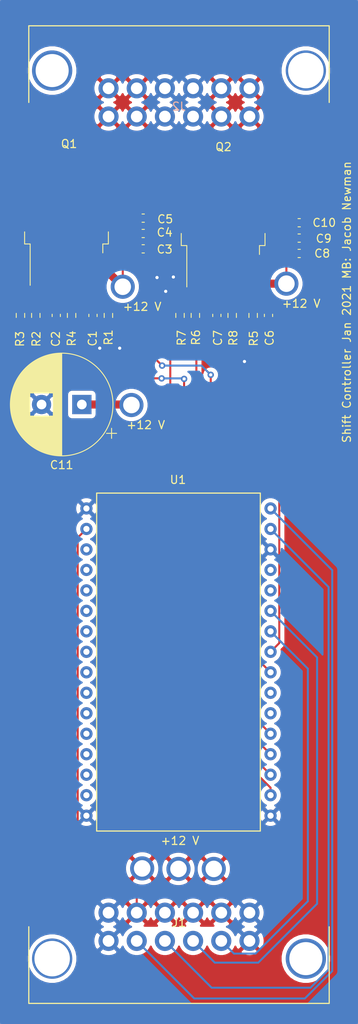
<source format=kicad_pcb>
(kicad_pcb (version 20171130) (host pcbnew "(5.1.9)-1")
  (layers (0 F.Cu signal) (31 B.Cu signal) (34 B.Paste user) (35 F.Paste user) (36 B.SilkS user) (37 F.SilkS user) (38 B.Mask user) (39 F.Mask user) (44 Edge.Cuts user))
  (net 0 "")
  (net 1 GND)
  (net 2 "Net-(C2-Pad1)")
  (net 3 +12V)
  (net 4 OUT1)
  (net 5 "Net-(C7-Pad1)")
  (net 6 OUT2)
  (net 7 CANH)
  (net 8 CANL)
  (net 9 "Net-(Q1-Pad3)")
  (net 10 "Net-(Q1-Pad2)")
  (net 11 "Net-(Q2-Pad3)")
  (net 12 "Net-(Q2-Pad2)")
  (net 13 +3V3)
  (net 14 IN2)
  (net 15 IN1)
  (net 16 "Net-(U1-Pad27)")
  (net 17 "Net-(U1-Pad26)")
  (net 18 "Net-(U1-Pad21)")
  (net 19 "Net-(U1-Pad15)")
  (net 20 "Net-(U1-Pad14)")
  (net 21 "Net-(U1-Pad13)")
  (net 22 "Net-(U1-Pad12)")
  (net 23 "Net-(U1-Pad11)")
  (net 24 "Net-(U1-Pad10)")
  (net 25 "Net-(U1-Pad9)")
  (net 26 "Net-(U1-Pad8)")
  (net 27 "Net-(U1-Pad7)")
  (net 28 "Net-(U1-Pad6)")
  (net 29 "Net-(U1-Pad5)")
  (net 30 "Net-(U1-Pad4)")
  (net 31 "Net-(U1-Pad3)")
  (net 32 UARTRX)
  (net 33 UARTTX)
  (net 34 INH1)
  (net 35 INH2)
  (net 36 CURRENT2)
  (net 37 CURRENT1)
  (module Resistor_SMD:R_0603_1608Metric_Pad0.98x0.95mm_HandSolder (layer F.Cu) (at 73.279 77.216 270)
    (fp_text reference R8 (at 2.794 -0.127 90) (layer F.SilkS))
    (fp_text value 510)
    (pad 2 smd roundrect (at 0.9125 0 270) (size 0.975 0.95) (layers F.Cu F.Paste F.Mask) (net 1 GND))
    (pad 1 smd roundrect (at -0.9125 0 270) (size 0.975 0.95) (layers F.Cu F.Paste F.Mask) (net 5 "Net-(C7-Pad1)"))
  )
  (module Resistor_SMD:R_0603_1608Metric_Pad0.98x0.95mm_HandSolder (layer F.Cu) (at 66.802 77.216 270)
    (fp_text reference R7 (at 2.794 -0.1905 90) (layer F.SilkS))
    (fp_text value 10k)
    (pad 2 smd roundrect (at 0.9125 0 270) (size 0.975 0.95) (layers F.Cu F.Paste F.Mask) (net 14 IN2))
    (pad 1 smd roundrect (at -0.9125 0 270) (size 0.975 0.95) (layers F.Cu F.Paste F.Mask) (net 12 "Net-(Q2-Pad2)"))
  )
  (module Resistor_SMD:R_0603_1608Metric_Pad0.98x0.95mm_HandSolder (layer F.Cu) (at 68.707 77.216 270)
    (fp_text reference R6 (at 2.7305 -0.0635 90) (layer F.SilkS))
    (fp_text value 10k)
    (pad 2 smd roundrect (at 0.9125 0 270) (size 0.975 0.95) (layers F.Cu F.Paste F.Mask) (net 35 INH2))
    (pad 1 smd roundrect (at -0.9125 0 270) (size 0.975 0.95) (layers F.Cu F.Paste F.Mask) (net 11 "Net-(Q2-Pad3)"))
  )
  (module Resistor_SMD:R_0603_1608Metric_Pad0.98x0.95mm_HandSolder (layer F.Cu) (at 75.8825 77.216 270)
    (fp_text reference R5 (at 2.8575 -0.0635 90) (layer F.SilkS))
    (fp_text value 1k)
    (pad 2 smd roundrect (at 0.9125 0 270) (size 0.975 0.95) (layers F.Cu F.Paste F.Mask) (net 1 GND))
    (pad 1 smd roundrect (at -0.9125 0 270) (size 0.975 0.95) (layers F.Cu F.Paste F.Mask) (net 36 CURRENT2))
  )
  (module Resistor_SMD:R_0603_1608Metric_Pad0.98x0.95mm_HandSolder (layer F.Cu) (at 53.34 77.216 270)
    (fp_text reference R4 (at 2.8575 0 90) (layer F.SilkS))
    (fp_text value 510)
    (pad 2 smd roundrect (at 0.9125 0 270) (size 0.975 0.95) (layers F.Cu F.Paste F.Mask) (net 1 GND))
    (pad 1 smd roundrect (at -0.9125 0 270) (size 0.975 0.95) (layers F.Cu F.Paste F.Mask) (net 2 "Net-(C2-Pad1)"))
  )
  (module Resistor_SMD:R_0603_1608Metric_Pad0.98x0.95mm_HandSolder (layer F.Cu) (at 46.99 77.216 270)
    (fp_text reference R3 (at 2.921 0.0635 90) (layer F.SilkS))
    (fp_text value 10k)
    (pad 2 smd roundrect (at 0.9125 0 270) (size 0.975 0.95) (layers F.Cu F.Paste F.Mask) (net 15 IN1))
    (pad 1 smd roundrect (at -0.9125 0 270) (size 0.975 0.95) (layers F.Cu F.Paste F.Mask) (net 10 "Net-(Q1-Pad2)"))
  )
  (module Resistor_SMD:R_0603_1608Metric_Pad0.98x0.95mm_HandSolder (layer F.Cu) (at 48.895 77.216 270)
    (fp_text reference R2 (at 2.921 -0.0635 90) (layer F.SilkS))
    (fp_text value 10k)
    (pad 2 smd roundrect (at 0.9125 0 270) (size 0.975 0.95) (layers F.Cu F.Paste F.Mask) (net 34 INH1))
    (pad 1 smd roundrect (at -0.9125 0 270) (size 0.975 0.95) (layers F.Cu F.Paste F.Mask) (net 9 "Net-(Q1-Pad3)"))
  )
  (module Resistor_SMD:R_0603_1608Metric_Pad0.98x0.95mm_HandSolder (layer F.Cu) (at 57.912 77.2179 270)
    (fp_text reference R1 (at 2.7286 0 90) (layer F.SilkS))
    (fp_text value 1k)
    (pad 2 smd roundrect (at 0.9125 0 270) (size 0.975 0.95) (layers F.Cu F.Paste F.Mask) (net 1 GND))
    (pad 1 smd roundrect (at -0.9125 0 270) (size 0.975 0.95) (layers F.Cu F.Paste F.Mask) (net 37 CURRENT1))
  )
  (module Capacitor_SMD:C_0603_1608Metric_Pad1.08x0.95mm_HandSolder (layer F.Cu) (at 81.5975 65.7225)
    (fp_text reference C10 (at 3.1115 0) (layer F.SilkS))
    (fp_text value 220n)
    (pad 2 smd roundrect (at 0.8625 0) (size 1.075 0.95) (layers F.Cu F.Paste F.Mask) (net 1 GND))
    (pad 1 smd roundrect (at -0.8625 0) (size 1.075 0.95) (layers F.Cu F.Paste F.Mask) (net 6 OUT2))
  )
  (module Capacitor_SMD:C_0603_1608Metric_Pad1.08x0.95mm_HandSolder (layer F.Cu) (at 81.5975 67.6275 180)
    (fp_text reference C9 (at -3.048 -0.0635) (layer F.SilkS))
    (fp_text value 220n)
    (pad 2 smd roundrect (at 0.8625 0 180) (size 1.075 0.95) (layers F.Cu F.Paste F.Mask) (net 6 OUT2))
    (pad 1 smd roundrect (at -0.8625 0 180) (size 1.075 0.95) (layers F.Cu F.Paste F.Mask) (net 3 +12V))
  )
  (module Capacitor_SMD:C_0603_1608Metric_Pad1.08x0.95mm_HandSolder (layer F.Cu) (at 81.5975 69.5325 180)
    (fp_text reference C8 (at -2.8575 0) (layer F.SilkS))
    (fp_text value 100n)
    (pad 2 smd roundrect (at 0.8625 0 180) (size 1.075 0.95) (layers F.Cu F.Paste F.Mask) (net 3 +12V))
    (pad 1 smd roundrect (at -0.8625 0 180) (size 1.075 0.95) (layers F.Cu F.Paste F.Mask) (net 1 GND))
  )
  (module Capacitor_SMD:C_0603_1608Metric_Pad1.08x0.95mm_HandSolder (layer F.Cu) (at 71.374 77.216 270)
    (fp_text reference C7 (at 2.794 -0.127 90) (layer F.SilkS))
    (fp_text value 100n)
    (pad 2 smd roundrect (at 0.8625 0 270) (size 1.075 0.95) (layers F.Cu F.Paste F.Mask) (net 1 GND))
    (pad 1 smd roundrect (at -0.8625 0 270) (size 1.075 0.95) (layers F.Cu F.Paste F.Mask) (net 5 "Net-(C7-Pad1)"))
  )
  (module Capacitor_SMD:C_0603_1608Metric_Pad1.08x0.95mm_HandSolder (layer F.Cu) (at 77.7875 77.216 270)
    (fp_text reference C6 (at 2.794 -0.127 90) (layer F.SilkS))
    (fp_text value 1n)
    (pad 2 smd roundrect (at 0.8625 0 270) (size 1.075 0.95) (layers F.Cu F.Paste F.Mask) (net 1 GND))
    (pad 1 smd roundrect (at -0.8625 0 270) (size 1.075 0.95) (layers F.Cu F.Paste F.Mask) (net 36 CURRENT2))
  )
  (module Capacitor_SMD:C_0603_1608Metric_Pad1.08x0.95mm_HandSolder (layer F.Cu) (at 62.23 65.151)
    (fp_text reference C5 (at 2.7305 0.127) (layer F.SilkS))
    (fp_text value 220n)
    (pad 2 smd roundrect (at 0.8625 0) (size 1.075 0.95) (layers F.Cu F.Paste F.Mask) (net 1 GND))
    (pad 1 smd roundrect (at -0.8625 0) (size 1.075 0.95) (layers F.Cu F.Paste F.Mask) (net 4 OUT1))
  )
  (module Capacitor_SMD:C_0603_1608Metric_Pad1.08x0.95mm_HandSolder (layer F.Cu) (at 62.23 67.056 180)
    (fp_text reference C4 (at -2.667 0.127) (layer F.SilkS))
    (fp_text value 220n)
    (pad 2 smd roundrect (at 0.8625 0 180) (size 1.075 0.95) (layers F.Cu F.Paste F.Mask) (net 4 OUT1))
    (pad 1 smd roundrect (at -0.8625 0 180) (size 1.075 0.95) (layers F.Cu F.Paste F.Mask) (net 3 +12V))
  )
  (module Capacitor_SMD:C_0603_1608Metric_Pad1.08x0.95mm_HandSolder (layer F.Cu) (at 62.23 68.961 180)
    (fp_text reference C3 (at -2.667 -0.0635) (layer F.SilkS))
    (fp_text value 100n)
    (pad 2 smd roundrect (at 0.8625 0 180) (size 1.075 0.95) (layers F.Cu F.Paste F.Mask) (net 3 +12V))
    (pad 1 smd roundrect (at -0.8625 0 180) (size 1.075 0.95) (layers F.Cu F.Paste F.Mask) (net 1 GND))
  )
  (module Capacitor_SMD:C_0603_1608Metric_Pad1.08x0.95mm_HandSolder (layer F.Cu) (at 51.435 77.216 270)
    (fp_text reference C2 (at 2.921 0.0635 90) (layer F.SilkS))
    (fp_text value 100n)
    (pad 2 smd roundrect (at 0.8625 0 270) (size 1.075 0.95) (layers F.Cu F.Paste F.Mask) (net 1 GND))
    (pad 1 smd roundrect (at -0.8625 0 270) (size 1.075 0.95) (layers F.Cu F.Paste F.Mask) (net 2 "Net-(C2-Pad1)"))
  )
  (module Capacitor_SMD:C_0603_1608Metric_Pad1.08x0.95mm_HandSolder (layer F.Cu) (at 55.9943 77.2171 270)
    (fp_text reference C1 (at 2.8564 0.0508 90) (layer F.SilkS))
    (fp_text value 1n)
    (pad 2 smd roundrect (at 0.8625 0 270) (size 1.075 0.95) (layers F.Cu F.Paste F.Mask) (net 1 GND))
    (pad 1 smd roundrect (at -0.8625 0 270) (size 1.075 0.95) (layers F.Cu F.Paste F.Mask) (net 37 CURRENT1))
  )
  (module ShiftControlerFootprints:12_Gauge_TH (layer F.Cu) (at 70.993 145.8595)
    (fp_text reference " " (at 5.842 -0.381) (layer F.SilkS))
    (fp_text value 12_Gauge_TH)
    (pad 1 thru_hole circle (at 0 0) (size 3 3) (drill 2.052) (layers *.Cu *.Mask) (net 3 +12V))
  )
  (module ShiftControlerFootprints:12_Gauge_TH (layer F.Cu) (at 66.6115 145.8595)
    (fp_text reference " " (at 10.0965 -2.3495) (layer F.SilkS))
    (fp_text value 12_Gauge_TH)
    (pad 1 thru_hole circle (at 0 0) (size 3 3) (drill 2.052) (layers *.Cu *.Mask) (net 3 +12V))
  )
  (module ShiftControlerFootprints:12_Gauge_TH (layer F.Cu) (at 80.01 73.279)
    (fp_text reference "+12 V" (at 1.8415 2.4765) (layer F.SilkS))
    (fp_text value 12_Gauge_TH)
    (pad 1 thru_hole circle (at 0 0) (size 3 3) (drill 2.052) (layers *.Cu *.Mask) (net 3 +12V))
  )
  (module ShiftControlerFootprints:12_Gauge_TH (layer F.Cu) (at 60.7695 88.3285)
    (fp_text reference "+12 V" (at 1.778 2.4765) (layer F.SilkS))
    (fp_text value 12_Gauge_TH)
    (pad 1 thru_hole circle (at 0 0) (size 3 3) (drill 2.052) (layers *.Cu *.Mask) (net 3 +12V))
  )
  (module ShiftControlerFootprints:12_Gauge_TH (layer F.Cu) (at 62.103 145.796)
    (fp_text reference "+12 V" (at 4.699 -3.429) (layer F.SilkS))
    (fp_text value 12_Gauge_TH)
    (pad 1 thru_hole circle (at 0 0) (size 3 3) (drill 2.052) (layers *.Cu *.Mask) (net 3 +12V))
  )
  (module Lukas_Library:Breadboard_Center_32pin (layer F.Cu) (at 55.1815 101.1555)
    (fp_text reference U1 (at 11.3665 -3.556) (layer F.SilkS))
    (fp_text value ControllerBoardV2)
    (pad 32 thru_hole circle (at 22.86 38.1) (size 1.524 1.524) (drill 0.762) (layers *.Cu *.Mask) (net 1 GND))
    (pad 31 thru_hole circle (at 22.86 35.56) (size 1.524 1.524) (drill 0.762) (layers *.Cu *.Mask) (net 15 IN1))
    (pad 30 thru_hole circle (at 22.86 33.02) (size 1.524 1.524) (drill 0.762) (layers *.Cu *.Mask) (net 14 IN2))
    (pad 29 thru_hole circle (at 22.86 30.48) (size 1.524 1.524) (drill 0.762) (layers *.Cu *.Mask) (net 34 INH1))
    (pad 28 thru_hole circle (at 22.86 27.94) (size 1.524 1.524) (drill 0.762) (layers *.Cu *.Mask) (net 35 INH2))
    (pad 27 thru_hole circle (at 22.86 25.4) (size 1.524 1.524) (drill 0.762) (layers *.Cu *.Mask) (net 16 "Net-(U1-Pad27)"))
    (pad 26 thru_hole circle (at 22.86 22.86) (size 1.524 1.524) (drill 0.762) (layers *.Cu *.Mask) (net 17 "Net-(U1-Pad26)"))
    (pad 25 thru_hole circle (at 22.86 20.32) (size 1.524 1.524) (drill 0.762) (layers *.Cu *.Mask) (net 37 CURRENT1))
    (pad 24 thru_hole circle (at 22.86 17.78) (size 1.524 1.524) (drill 0.762) (layers *.Cu *.Mask) (net 36 CURRENT2))
    (pad 23 thru_hole circle (at 22.86 15.24) (size 1.524 1.524) (drill 0.762) (layers *.Cu *.Mask) (net 33 UARTTX))
    (pad 22 thru_hole circle (at 22.86 12.7) (size 1.524 1.524) (drill 0.762) (layers *.Cu *.Mask) (net 32 UARTRX))
    (pad 21 thru_hole circle (at 22.86 10.16) (size 1.524 1.524) (drill 0.762) (layers *.Cu *.Mask) (net 18 "Net-(U1-Pad21)"))
    (pad 20 thru_hole circle (at 22.86 7.62) (size 1.524 1.524) (drill 0.762) (layers *.Cu *.Mask) (net 13 +3V3))
    (pad 19 thru_hole circle (at 22.86 5.08) (size 1.524 1.524) (drill 0.762) (layers *.Cu *.Mask) (net 1 GND))
    (pad 18 thru_hole circle (at 22.86 2.54) (size 1.524 1.524) (drill 0.762) (layers *.Cu *.Mask) (net 7 CANH))
    (pad 17 thru_hole circle (at 22.86 0) (size 1.524 1.524) (drill 0.762) (layers *.Cu *.Mask) (net 8 CANL))
    (pad 16 thru_hole circle (at 0 38.1) (size 1.524 1.524) (drill 0.762) (layers *.Cu *.Mask) (net 1 GND))
    (pad 15 thru_hole circle (at 0 35.56) (size 1.524 1.524) (drill 0.762) (layers *.Cu *.Mask) (net 19 "Net-(U1-Pad15)"))
    (pad 14 thru_hole circle (at 0 33.02) (size 1.524 1.524) (drill 0.762) (layers *.Cu *.Mask) (net 20 "Net-(U1-Pad14)"))
    (pad 13 thru_hole circle (at 0 30.48) (size 1.524 1.524) (drill 0.762) (layers *.Cu *.Mask) (net 21 "Net-(U1-Pad13)"))
    (pad 12 thru_hole circle (at 0 27.94) (size 1.524 1.524) (drill 0.762) (layers *.Cu *.Mask) (net 22 "Net-(U1-Pad12)"))
    (pad 11 thru_hole circle (at 0 25.4) (size 1.524 1.524) (drill 0.762) (layers *.Cu *.Mask) (net 23 "Net-(U1-Pad11)"))
    (pad 10 thru_hole circle (at 0 22.86) (size 1.524 1.524) (drill 0.762) (layers *.Cu *.Mask) (net 24 "Net-(U1-Pad10)"))
    (pad 9 thru_hole circle (at 0 20.32) (size 1.524 1.524) (drill 0.762) (layers *.Cu *.Mask) (net 25 "Net-(U1-Pad9)"))
    (pad 8 thru_hole circle (at 0 17.78) (size 1.524 1.524) (drill 0.762) (layers *.Cu *.Mask) (net 26 "Net-(U1-Pad8)"))
    (pad 7 thru_hole circle (at 0 15.24) (size 1.524 1.524) (drill 0.762) (layers *.Cu *.Mask) (net 27 "Net-(U1-Pad7)"))
    (pad 6 thru_hole circle (at 0 12.7) (size 1.524 1.524) (drill 0.762) (layers *.Cu *.Mask) (net 28 "Net-(U1-Pad6)"))
    (pad 5 thru_hole circle (at 0 10.16) (size 1.524 1.524) (drill 0.762) (layers *.Cu *.Mask) (net 29 "Net-(U1-Pad5)"))
    (pad 4 thru_hole circle (at 0 7.62) (size 1.524 1.524) (drill 0.762) (layers *.Cu *.Mask) (net 30 "Net-(U1-Pad4)"))
    (pad 3 thru_hole circle (at 0 5.08) (size 1.524 1.524) (drill 0.762) (layers *.Cu *.Mask) (net 31 "Net-(U1-Pad3)"))
    (pad 2 thru_hole circle (at 0 2.54) (size 1.524 1.524) (drill 0.762) (layers *.Cu *.Mask) (net 3 +12V))
    (pad 1 thru_hole circle (at 0 0) (size 1.524 1.524) (drill 0.762) (layers *.Cu *.Mask) (net 1 GND))
  )
  (module ShiftControlerFootprints:12_Gauge_TH (layer F.Cu) (at 59.69 73.66)
    (fp_text reference "+12 V" (at 2.413 2.4765) (layer F.SilkS))
    (fp_text value 12_Gauge_TH)
    (pad 1 thru_hole circle (at 0 0) (size 3 3) (drill 2.052) (layers *.Cu *.Mask) (net 3 +12V))
  )
  (module Lukas_Library:MX120G (layer F.Cu) (at 66.675 50.8)
    (fp_text reference J2 (at 0 0.5) (layer B.SilkS) (effects (justify mirror)))
    (fp_text value Conn_02x06_Counter_Clockwise)
    (pad 13 thru_hole circle (at 15.75 -3.95) (size 5 5) (drill 4.4) (layers *.Cu *.Mask))
    (pad 13 thru_hole circle (at -15.75 -3.95) (size 5 5) (drill 4.1) (layers *.Cu *.Mask))
    (pad 1 thru_hole circle (at 8.75 1.75) (size 2.5 2.5) (drill 1.45) (layers *.Cu *.Mask) (net 6 OUT2))
    (pad 2 thru_hole circle (at 5.25 1.75) (size 2.5 2.5) (drill 1.45) (layers *.Cu *.Mask) (net 6 OUT2))
    (pad 3 thru_hole circle (at 1.75 1.75) (size 2.5 2.5) (drill 1.45) (layers *.Cu *.Mask) (net 1 GND))
    (pad 9 thru_hole circle (at 1.75 -1.75) (size 2.5 2.5) (drill 1.45) (layers *.Cu *.Mask) (net 1 GND))
    (pad 8 thru_hole circle (at 5.25 -1.75) (size 2.5 2.5) (drill 1.45) (layers *.Cu *.Mask) (net 6 OUT2))
    (pad 7 thru_hole circle (at 8.75 -1.75) (size 2.5 2.5) (drill 1.45) (layers *.Cu *.Mask) (net 6 OUT2))
    (pad 4 thru_hole circle (at -1.75 1.75) (size 2.5 2.5) (drill 1.45) (layers *.Cu *.Mask) (net 1 GND))
    (pad 5 thru_hole circle (at -5.25 1.75) (size 2.5 2.5) (drill 1.45) (layers *.Cu *.Mask) (net 4 OUT1))
    (pad 6 thru_hole circle (at -8.75 1.75) (size 2.5 2.5) (drill 1.45) (layers *.Cu *.Mask) (net 4 OUT1))
    (pad 12 thru_hole circle (at -8.75 -1.75) (size 2.5 2.5) (drill 1.45) (layers *.Cu *.Mask) (net 4 OUT1))
    (pad 11 thru_hole circle (at -5.25 -1.75) (size 2.5 2.5) (drill 1.45) (layers *.Cu *.Mask) (net 4 OUT1))
    (pad 10 thru_hole circle (at -1.75 -1.75) (size 2.5 2.5) (drill 1.45) (layers *.Cu *.Mask) (net 1 GND))
  )
  (module Capacitor_THT:CP_Radial_D12.5mm_P5.00mm (layer F.Cu) (at 54.61 88.265 180)
    (fp_text reference C11 (at 2.5 -7.5) (layer F.SilkS))
    (fp_text value 1000u)
    (pad 2 thru_hole circle (at 5 0 180) (size 2.4 2.4) (drill 1.2) (layers *.Cu *.Mask) (net 1 GND))
    (pad 1 thru_hole rect (at 0 0 180) (size 2.4 2.4) (drill 1.2) (layers *.Cu *.Mask) (net 3 +12V))
  )
  (module Package_TO_SOT_SMD:TO-263-7_TabPin8 (layer F.Cu) (at 72.155 65.605 90)
    (fp_text reference Q2 (at 9.2805 0.0445 180) (layer F.SilkS))
    (fp_text value BTN8982TA)
    (pad 8 smd rect (at 3.375 0 90) (size 9.4 10.8) (layers F.Cu F.Mask) (net 6 OUT2))
    (pad 7 smd rect (at -5.775 3.81 90) (size 4.6 0.8) (layers F.Cu F.Paste F.Mask) (net 3 +12V))
    (pad 6 smd rect (at -5.775 2.54 90) (size 4.6 0.8) (layers F.Cu F.Paste F.Mask) (net 36 CURRENT2))
    (pad 5 smd rect (at -5.775 1.27 90) (size 4.6 0.8) (layers F.Cu F.Paste F.Mask) (net 5 "Net-(C7-Pad1)"))
    (pad 4 smd rect (at -5.775 0 90) (size 4.6 0.8) (layers F.Cu F.Paste F.Mask) (net 6 OUT2))
    (pad 3 smd rect (at -5.775 -1.27 90) (size 4.6 0.8) (layers F.Cu F.Paste F.Mask) (net 11 "Net-(Q2-Pad3)"))
    (pad 2 smd rect (at -5.775 -2.54 90) (size 4.6 0.8) (layers F.Cu F.Paste F.Mask) (net 12 "Net-(Q2-Pad2)"))
    (pad 1 smd rect (at -5.775 -3.81 90) (size 4.6 0.8) (layers F.Cu F.Paste F.Mask) (net 1 GND))
  )
  (module Package_TO_SOT_SMD:TO-263-7_TabPin8 (layer F.Cu) (at 52.705 65.405 90)
    (fp_text reference Q1 (at 9.4615 0.3175 180) (layer F.SilkS))
    (fp_text value BTN8982TA)
    (pad 8 smd rect (at 3.375 0 90) (size 9.4 10.8) (layers F.Cu F.Mask) (net 4 OUT1))
    (pad 7 smd rect (at -5.775 3.81 90) (size 4.6 0.8) (layers F.Cu F.Paste F.Mask) (net 3 +12V))
    (pad 6 smd rect (at -5.775 2.54 90) (size 4.6 0.8) (layers F.Cu F.Paste F.Mask) (net 37 CURRENT1))
    (pad 5 smd rect (at -5.775 1.27 90) (size 4.6 0.8) (layers F.Cu F.Paste F.Mask) (net 2 "Net-(C2-Pad1)"))
    (pad 4 smd rect (at -5.775 0 90) (size 4.6 0.8) (layers F.Cu F.Paste F.Mask) (net 4 OUT1))
    (pad 3 smd rect (at -5.775 -1.27 90) (size 4.6 0.8) (layers F.Cu F.Paste F.Mask) (net 9 "Net-(Q1-Pad3)"))
    (pad 2 smd rect (at -5.775 -2.54 90) (size 4.6 0.8) (layers F.Cu F.Paste F.Mask) (net 10 "Net-(Q1-Pad2)"))
    (pad 1 smd rect (at -5.775 -3.81 90) (size 4.6 0.8) (layers F.Cu F.Paste F.Mask) (net 1 GND))
  )
  (module Lukas_Library:MX120G (layer F.Cu) (at 66.675 153.035 180)
    (fp_text reference J1 (at 0 0.5) (layer F.SilkS))
    (fp_text value Conn_02x06_Counter_Clockwise)
    (pad 13 thru_hole circle (at 15.75 -3.95 180) (size 5 5) (drill 4.4) (layers *.Cu *.Mask))
    (pad 13 thru_hole circle (at -15.75 -3.95 180) (size 5 5) (drill 4.1) (layers *.Cu *.Mask))
    (pad 1 thru_hole circle (at 8.75 1.75 180) (size 2.5 2.5) (drill 1.45) (layers *.Cu *.Mask) (net 1 GND))
    (pad 2 thru_hole circle (at 5.25 1.75 180) (size 2.5 2.5) (drill 1.45) (layers *.Cu *.Mask) (net 3 +12V))
    (pad 3 thru_hole circle (at 1.75 1.75 180) (size 2.5 2.5) (drill 1.45) (layers *.Cu *.Mask) (net 3 +12V))
    (pad 9 thru_hole circle (at 1.75 -1.75 180) (size 2.5 2.5) (drill 1.45) (layers *.Cu *.Mask) (net 7 CANH))
    (pad 8 thru_hole circle (at 5.25 -1.75 180) (size 2.5 2.5) (drill 1.45) (layers *.Cu *.Mask) (net 8 CANL))
    (pad 7 thru_hole circle (at 8.75 -1.75 180) (size 2.5 2.5) (drill 1.45) (layers *.Cu *.Mask) (net 1 GND))
    (pad 4 thru_hole circle (at -1.75 1.75 180) (size 2.5 2.5) (drill 1.45) (layers *.Cu *.Mask) (net 3 +12V))
    (pad 5 thru_hole circle (at -5.25 1.75 180) (size 2.5 2.5) (drill 1.45) (layers *.Cu *.Mask) (net 3 +12V))
    (pad 6 thru_hole circle (at -8.75 1.75 180) (size 2.5 2.5) (drill 1.45) (layers *.Cu *.Mask) (net 1 GND))
    (pad 12 thru_hole circle (at -8.75 -1.75 180) (size 2.5 2.5) (drill 1.45) (layers *.Cu *.Mask) (net 1 GND))
    (pad 11 thru_hole circle (at -5.25 -1.75 180) (size 2.5 2.5) (drill 1.45) (layers *.Cu *.Mask) (net 33 UARTTX))
    (pad 10 thru_hole circle (at -1.75 -1.75 180) (size 2.5 2.5) (drill 1.45) (layers *.Cu *.Mask) (net 32 UARTRX))
  )
  (gr_text "Shift Controller Jan 2021 MB: Jacob Newman" (at 87.503 75.565 90) (layer F.SilkS) (effects (font (size 1 1))))
  (segment (start 48.895 71.18) (end 48.895 73.2155) (width 0.25) (layer F.Cu) (net 1))
  (via (at 63.9445 72.517) (size 0.8) (drill 0.4) (layers F.Cu B.Cu) (net 1))
  (via (at 56.8325 81.28) (size 0.8) (drill 0.4) (layers F.Cu B.Cu) (net 1))
  (via (at 59.309 81.28) (size 0.8) (drill 0.4) (layers F.Cu B.Cu) (net 1))
  (via (at 65.9765 72.4535) (size 0.8) (drill 0.4) (layers F.Cu B.Cu) (net 1))
  (via (at 65.024 74.2315) (size 0.8) (drill 0.4) (layers F.Cu B.Cu) (net 1))
  (via (at 74.803 82.931) (size 0.8) (drill 0.4) (layers F.Cu B.Cu) (net 1))
  (segment (start 53.975 75.6685) (end 53.34 76.3035) (width 0.25) (layer F.Cu) (net 2))
  (segment (start 53.975 71.18) (end 53.975 75.6685) (width 0.25) (layer F.Cu) (net 2))
  (segment (start 51.485 76.3035) (end 51.435 76.3535) (width 0.25) (layer F.Cu) (net 2))
  (segment (start 53.34 76.3035) (end 51.485 76.3035) (width 0.25) (layer F.Cu) (net 2))
  (segment (start 61.3675 68.781) (end 63.0925 67.056) (width 0.25) (layer F.Cu) (net 3))
  (segment (start 61.3675 68.961) (end 61.3675 68.781) (width 0.25) (layer F.Cu) (net 3))
  (segment (start 80.01 70.2575) (end 80.735 69.5325) (width 0.25) (layer F.Cu) (net 3))
  (segment (start 80.01 73.279) (end 80.01 70.2575) (width 0.25) (layer F.Cu) (net 3))
  (segment (start 77.864 73.279) (end 75.965 71.38) (width 1) (layer F.Cu) (net 3))
  (segment (start 80.01 73.279) (end 77.864 73.279) (width 1) (layer F.Cu) (net 3))
  (segment (start 80.735 69.3525) (end 82.46 67.6275) (width 0.25) (layer F.Cu) (net 3))
  (segment (start 80.735 69.5325) (end 80.735 69.3525) (width 0.25) (layer F.Cu) (net 3))
  (segment (start 57.21 71.18) (end 56.515 71.18) (width 1) (layer F.Cu) (net 3))
  (segment (start 59.69 73.66) (end 57.21 71.18) (width 1) (layer F.Cu) (net 3))
  (segment (start 59.69 70.6385) (end 61.3675 68.961) (width 0.25) (layer F.Cu) (net 3))
  (segment (start 59.69 73.66) (end 59.69 70.6385) (width 0.25) (layer F.Cu) (net 3))
  (segment (start 60.706 88.265) (end 60.7695 88.3285) (width 0.25) (layer F.Cu) (net 3))
  (segment (start 54.61 88.265) (end 60.706 88.265) (width 1) (layer F.Cu) (net 3))
  (segment (start 61.425 151.285) (end 61.425 149.436) (width 0.25) (layer F.Cu) (net 3))
  (segment (start 54.094499 104.782501) (end 55.1815 103.6955) (width 0.25) (layer F.Cu) (net 3))
  (segment (start 54.094499 142.105499) (end 54.094499 104.782501) (width 0.25) (layer F.Cu) (net 3))
  (segment (start 61.425 149.436) (end 54.094499 142.105499) (width 0.25) (layer F.Cu) (net 3))
  (segment (start 58.2465 62.03) (end 61.3675 65.151) (width 0.25) (layer F.Cu) (net 4))
  (segment (start 52.705 62.03) (end 58.2465 62.03) (width 0.25) (layer F.Cu) (net 4))
  (segment (start 61.3675 65.151) (end 61.3675 67.056) (width 0.25) (layer F.Cu) (net 4))
  (segment (start 52.705 62.03) (end 52.705 71.18) (width 0.25) (layer F.Cu) (net 4))
  (segment (start 73.229 76.3535) (end 73.279 76.3035) (width 0.25) (layer F.Cu) (net 5))
  (segment (start 71.374 76.3535) (end 73.229 76.3535) (width 0.25) (layer F.Cu) (net 5))
  (segment (start 73.279 71.526) (end 73.425 71.38) (width 0.25) (layer F.Cu) (net 5))
  (segment (start 73.279 76.3035) (end 73.279 71.526) (width 0.25) (layer F.Cu) (net 5))
  (segment (start 72.155 71.38) (end 72.155 62.23) (width 0.25) (layer F.Cu) (net 6))
  (segment (start 80.735 67.6275) (end 80.735 65.7225) (width 0.25) (layer F.Cu) (net 6))
  (segment (start 77.2425 62.23) (end 80.735 65.7225) (width 0.25) (layer F.Cu) (net 6))
  (segment (start 72.155 62.23) (end 77.2425 62.23) (width 0.25) (layer F.Cu) (net 6))
  (segment (start 64.925 154.785) (end 70.7315 160.5915) (width 0.25) (layer B.Cu) (net 7))
  (segment (start 85.250001 110.904001) (end 78.0415 103.6955) (width 0.25) (layer B.Cu) (net 7))
  (segment (start 85.250001 158.341001) (end 85.250001 110.904001) (width 0.25) (layer B.Cu) (net 7))
  (segment (start 82.999502 160.5915) (end 85.250001 158.341001) (width 0.25) (layer B.Cu) (net 7))
  (segment (start 70.7315 160.5915) (end 82.999502 160.5915) (width 0.25) (layer B.Cu) (net 7))
  (segment (start 61.425 154.785) (end 68.565 161.925) (width 0.25) (layer B.Cu) (net 8))
  (segment (start 85.700011 108.814011) (end 78.0415 101.1555) (width 0.25) (layer B.Cu) (net 8))
  (segment (start 85.700011 158.527401) (end 85.700011 108.814011) (width 0.25) (layer B.Cu) (net 8))
  (segment (start 82.302412 161.925) (end 85.700011 158.527401) (width 0.25) (layer B.Cu) (net 8))
  (segment (start 68.565 161.925) (end 82.302412 161.925) (width 0.25) (layer B.Cu) (net 8))
  (segment (start 51.435 73.7635) (end 51.435 71.18) (width 0.25) (layer F.Cu) (net 9))
  (segment (start 48.895 76.3035) (end 51.435 73.7635) (width 0.25) (layer F.Cu) (net 9))
  (segment (start 50.165 73.1285) (end 46.99 76.3035) (width 0.25) (layer F.Cu) (net 10))
  (segment (start 50.165 71.18) (end 50.165 73.1285) (width 0.25) (layer F.Cu) (net 10))
  (segment (start 70.885 74.1255) (end 70.885 71.38) (width 0.25) (layer F.Cu) (net 11))
  (segment (start 68.707 76.3035) (end 70.885 74.1255) (width 0.25) (layer F.Cu) (net 11))
  (segment (start 69.615 73.4905) (end 66.802 76.3035) (width 0.25) (layer F.Cu) (net 12))
  (segment (start 69.615 71.38) (end 69.615 73.4905) (width 0.25) (layer F.Cu) (net 12))
  (segment (start 78.0415 134.1755) (end 65.5955 121.7295) (width 0.25) (layer F.Cu) (net 14))
  (segment (start 65.5955 78.83) (end 66.802 77.6235) (width 0.25) (layer F.Cu) (net 14))
  (segment (start 65.5955 121.7295) (end 65.5955 78.83) (width 0.25) (layer F.Cu) (net 14))
  (segment (start 78.0415 135.784262) (end 78.0415 136.7155) (width 0.25) (layer F.Cu) (net 15))
  (segment (start 64.262 122.004762) (end 78.0415 135.784262) (width 0.25) (layer F.Cu) (net 15))
  (segment (start 64.262 86.36) (end 64.262 122.004762) (width 0.25) (layer F.Cu) (net 15))
  (segment (start 63.373 85.471) (end 64.262 86.36) (width 0.25) (layer F.Cu) (net 15))
  (segment (start 47.495 78.1285) (end 54.8375 85.471) (width 0.25) (layer F.Cu) (net 15))
  (segment (start 54.8375 85.471) (end 63.373 85.471) (width 0.25) (layer F.Cu) (net 15))
  (segment (start 46.99 78.1285) (end 47.495 78.1285) (width 0.25) (layer F.Cu) (net 15))
  (segment (start 68.425 154.785) (end 71.12 157.48) (width 0.25) (layer B.Cu) (net 32))
  (segment (start 71.12 157.48) (end 76.5175 157.48) (width 0.25) (layer B.Cu) (net 32))
  (segment (start 76.5175 157.48) (end 83.82 150.1775) (width 0.25) (layer B.Cu) (net 32))
  (segment (start 83.82 119.634) (end 78.0415 113.8555) (width 0.25) (layer B.Cu) (net 32))
  (segment (start 83.82 150.1775) (end 83.82 119.634) (width 0.25) (layer B.Cu) (net 32))
  (segment (start 76.181001 156.360001) (end 82.677 149.864002) (width 0.25) (layer B.Cu) (net 33))
  (segment (start 73.500001 156.360001) (end 76.181001 156.360001) (width 0.25) (layer B.Cu) (net 33))
  (segment (start 71.925 154.785) (end 73.500001 156.360001) (width 0.25) (layer B.Cu) (net 33))
  (segment (start 82.677 121.031) (end 78.0415 116.3955) (width 0.25) (layer B.Cu) (net 33))
  (segment (start 82.677 149.864002) (end 82.677 121.031) (width 0.25) (layer B.Cu) (net 33))
  (via (at 64.516 85.0265) (size 0.8) (drill 0.4) (layers F.Cu B.Cu) (net 34))
  (segment (start 55.78749 85.02099) (end 64.51049 85.02099) (width 0.25) (layer F.Cu) (net 34))
  (segment (start 48.895 78.1285) (end 55.78749 85.02099) (width 0.25) (layer F.Cu) (net 34))
  (segment (start 78.0415 131.6355) (end 67.31 120.904) (width 0.25) (layer F.Cu) (net 34))
  (segment (start 67.31 120.904) (end 67.31 85.725) (width 0.25) (layer F.Cu) (net 34))
  (via (at 67.31 85.09) (size 0.8) (drill 0.4) (layers F.Cu B.Cu) (net 34))
  (segment (start 67.2465 85.0265) (end 67.31 85.09) (width 0.25) (layer B.Cu) (net 34))
  (segment (start 64.516 85.0265) (end 67.2465 85.0265) (width 0.25) (layer B.Cu) (net 34))
  (segment (start 67.31 85.725) (end 67.31 85.09) (width 0.25) (layer F.Cu) (net 34))
  (segment (start 78.0415 129.0955) (end 68.834 119.888) (width 0.25) (layer F.Cu) (net 35))
  (segment (start 68.834 78.2555) (end 68.707 78.1285) (width 0.25) (layer F.Cu) (net 35))
  (segment (start 68.834 119.888) (end 68.834 78.2555) (width 0.25) (layer F.Cu) (net 35))
  (segment (start 74.695 75.116) (end 74.695 71.38) (width 0.25) (layer F.Cu) (net 36))
  (segment (start 75.8825 76.3035) (end 74.695 75.116) (width 0.25) (layer F.Cu) (net 36))
  (segment (start 75.9325 76.3535) (end 75.8825 76.3035) (width 0.25) (layer F.Cu) (net 36))
  (segment (start 77.7875 76.3535) (end 75.9325 76.3535) (width 0.25) (layer F.Cu) (net 36))
  (segment (start 79.128501 77.694501) (end 77.7875 76.3535) (width 0.25) (layer F.Cu) (net 36))
  (segment (start 79.128501 117.848499) (end 79.128501 77.694501) (width 0.25) (layer F.Cu) (net 36))
  (segment (start 78.0415 118.9355) (end 79.128501 117.848499) (width 0.25) (layer F.Cu) (net 36))
  (via (at 64.5795 83.439) (size 0.8) (drill 0.4) (layers F.Cu B.Cu) (net 37))
  (via (at 70.612 84.582) (size 0.8) (drill 0.4) (layers F.Cu B.Cu) (net 37))
  (segment (start 55.245 75.6053) (end 55.9943 76.3546) (width 0.25) (layer F.Cu) (net 37))
  (segment (start 55.245 71.18) (end 55.245 75.6053) (width 0.25) (layer F.Cu) (net 37))
  (segment (start 56.0435 76.3054) (end 55.9943 76.3546) (width 0.25) (layer F.Cu) (net 37))
  (segment (start 57.912 76.3054) (end 56.0435 76.3054) (width 0.25) (layer F.Cu) (net 37))
  (segment (start 57.912 76.3054) (end 57.912 76.7715) (width 0.25) (layer F.Cu) (net 37))
  (segment (start 57.912 76.7715) (end 64.5795 83.439) (width 0.25) (layer F.Cu) (net 37))
  (segment (start 78.0415 121.4755) (end 70.612 114.046) (width 0.25) (layer F.Cu) (net 37))
  (segment (start 70.612 114.046) (end 70.612 84.582) (width 0.25) (layer F.Cu) (net 37))
  (segment (start 69.469 83.439) (end 70.612 84.582) (width 0.25) (layer B.Cu) (net 37))
  (segment (start 64.5795 83.439) (end 69.469 83.439) (width 0.25) (layer B.Cu) (net 37))
  (zone (net 1) (net_name GND) (layer F.Cu) (connect_pads (clearance 0.508)) (min_thickness 0.254) (fill yes (arc_segments 32) (thermal_gap 0.508) (thermal_bridge_width 0.508))
    (polygon (pts (xy 88.9 165.1) (xy 44.45 165.1) (xy 44.45 38.1) (xy 88.9 38.1)))
  )
  (zone (net 1) (net_name GND) (layer B.Cu) (connect_pads (clearance 0.508)) (min_thickness 0.254) (fill yes (arc_segments 32) (thermal_gap 0.508) (thermal_bridge_width 0.508))
    (polygon (pts (xy 88.9 165.1) (xy 44.45 165.1) (xy 44.45 38.1) (xy 88.9 38.1)))
  )
  (zone (net 4) (net_name OUT1) (layer F.Cu) (connect_pads (clearance 0.508)) (min_thickness 0.254) (fill yes (arc_segments 32) (thermal_gap 0.508) (thermal_bridge_width 0.508))
    (polygon (pts (xy 63.1825 53.9115) (xy 59.055 67.31) (xy 46.355 67.31) (xy 46.355 56.515) (xy 55.8165 46.99) (xy 63.1825 46.99)))
  )
  (zone (net 6) (net_name OUT2) (layer F.Cu) (connect_pads (clearance 0.508)) (min_thickness 0.254) (fill yes (arc_segments 32) (thermal_gap 0.508) (thermal_bridge_width 0.508))
    (polygon (pts (xy 78.105 67.31) (xy 66.04 67.31) (xy 66.04 57.15) (xy 70.1675 53.975) (xy 70.231 46.99) (xy 78.105 46.99)))
  )
  (zone (net 3) (net_name +12V) (layer F.Cu) (connect_pads (clearance 0.508)) (min_thickness 0.254) (fill yes (arc_segments 32) (thermal_gap 0.508) (thermal_bridge_width 0.508))
    (polygon (pts (xy 73.66 153.035) (xy 59.69 153.035) (xy 59.69 143.51) (xy 73.66 143.51)))
  )
)
</source>
